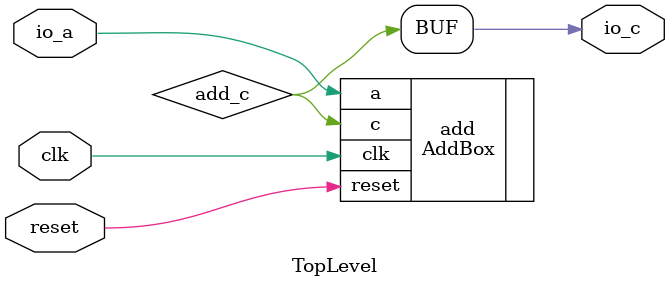
<source format=v>


module TopLevel (
      input   io_a,
      output  io_c,
      input   reset,
      input   clk);
  wire  add_c;
  AddBox add ( 
    .clk(clk),
    .reset(reset),
    .a(io_a),
    .c(add_c) 
  );
  assign io_c = add_c;
endmodule


</source>
